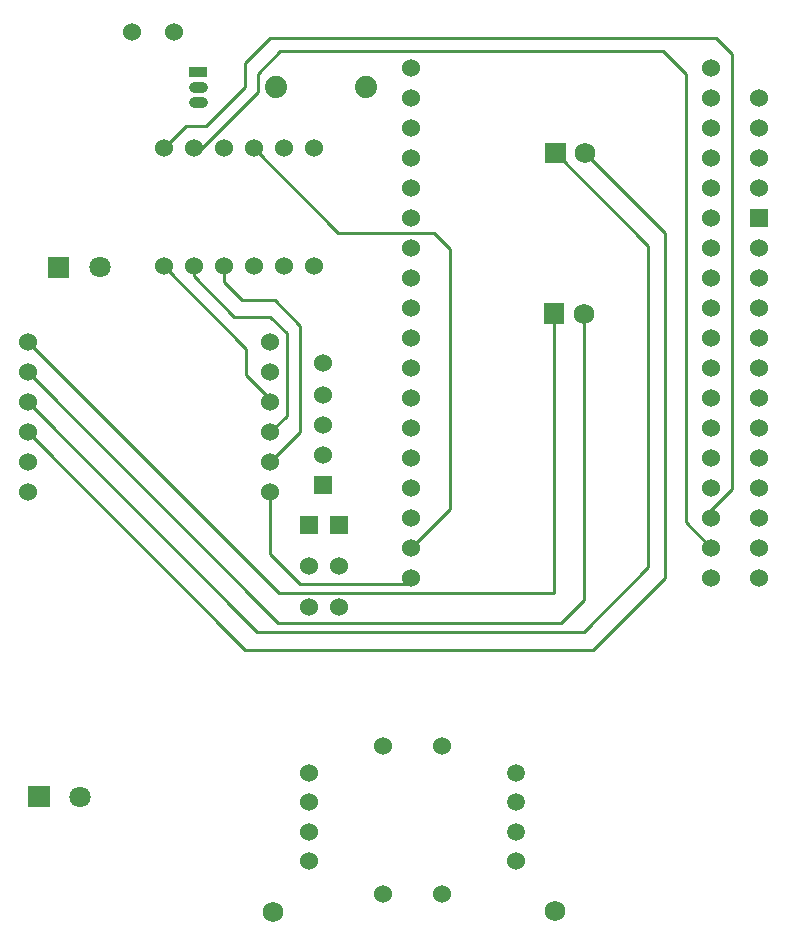
<source format=gbl>
G04 Layer: BottomLayer*
G04 EasyEDA v6.4.25, 2022-01-16T12:25:19--5:00*
G04 Gerber Generator version 0.2*
G04 Scale: 100 percent, Rotated: No, Reflected: No *
G04 Dimensions in millimeters *
G04 leading zeros omitted , absolute positions ,4 integer and 5 decimal *
%FSLAX45Y45*%
%MOMM*%

%ADD10C,0.2540*%
%ADD12C,1.8000*%
%ADD13R,1.6000X0.9000*%
%ADD14C,1.8796*%
%ADD15C,1.5240*%
%ADD16C,1.5200*%
%ADD17C,1.7500*%
%ADD20C,0.9000*%

%LPD*%
D10*
X909065Y6540500D02*
G01*
X3029965Y4419600D01*
X5422900Y4419600D01*
X5613400Y4610100D01*
X5613400Y7035800D01*
X909065Y6794500D02*
G01*
X3034029Y4669536D01*
X5363463Y4669536D01*
X5363463Y7035800D01*
X4152900Y4800600D02*
G01*
X4102100Y4749800D01*
X3213100Y4749800D01*
X2959100Y5003800D01*
X2959100Y5524500D01*
X2057400Y8437499D02*
G01*
X2243200Y8623300D01*
X2413000Y8623300D01*
X2743200Y8953500D01*
X2743200Y9156700D01*
X2959100Y9372600D01*
X6731000Y9372600D01*
X6870700Y9232900D01*
X6870700Y5549900D01*
X6692900Y5372100D01*
X6692900Y5308600D01*
X2311400Y8437626D02*
G01*
X2379725Y8437626D01*
X2857500Y8915400D01*
X2857500Y9067800D01*
X3047238Y9258300D01*
X6286500Y9258300D01*
X6477000Y9067800D01*
X6477000Y5270500D01*
X6692900Y5054600D01*
X2959100Y5778500D02*
G01*
X3213100Y6032500D01*
X3213100Y6934200D01*
X2997200Y7150100D01*
X2717800Y7150100D01*
X2565400Y7302500D01*
X2565400Y7437501D01*
X2959100Y6032500D02*
G01*
X3098800Y6172200D01*
X3098800Y6870700D01*
X2959100Y7010400D01*
X2654300Y7010400D01*
X2311400Y7353300D01*
X2311400Y7437501D01*
X909065Y6286500D02*
G01*
X2852165Y4343400D01*
X5613400Y4343400D01*
X6159500Y4889500D01*
X6159500Y7611363D01*
X5376163Y8394700D01*
X909065Y6032500D02*
G01*
X2750565Y4191000D01*
X5689600Y4191000D01*
X6299200Y4800600D01*
X6299200Y7721600D01*
X5626100Y8394700D01*
X2057400Y7437501D02*
G01*
X2755900Y6739001D01*
X2755900Y6515100D01*
X2959100Y6311900D01*
X2959100Y6286500D01*
X2819400Y8437499D02*
G01*
X3535299Y7721600D01*
X4343400Y7721600D01*
X4483100Y7581900D01*
X4483100Y5384800D01*
X4152900Y5054600D01*
G36*
X913300Y3036399D02*
G01*
X1093299Y3036399D01*
X1093299Y2856400D01*
X913300Y2856400D01*
G37*
D12*
G01*
X1353312Y2946400D03*
G36*
X1078400Y7519499D02*
G01*
X1258399Y7519499D01*
X1258399Y7339500D01*
X1078400Y7339500D01*
G37*
G01*
X1518412Y7429500D03*
D13*
G01*
X2349500Y9080500D03*
D14*
G01*
X3009900Y8953500D03*
G01*
X3771900Y8953500D03*
D15*
G01*
X4152900Y4800600D03*
G01*
X4152900Y5054600D03*
G01*
X4152900Y5308600D03*
G01*
X4152900Y5562600D03*
G01*
X4152900Y5816600D03*
G01*
X4152900Y6070600D03*
G01*
X4152900Y6324600D03*
G01*
X4152900Y6578600D03*
G01*
X4152900Y6832600D03*
G01*
X4152900Y7086600D03*
G01*
X4152900Y7340600D03*
G01*
X4152900Y7594600D03*
G01*
X4152900Y7848600D03*
G01*
X4152900Y8102600D03*
G01*
X4152900Y8356600D03*
G01*
X4152900Y8610600D03*
G01*
X4152900Y8864600D03*
G01*
X4152900Y9118600D03*
G01*
X6692900Y4800600D03*
G01*
X6692900Y5054600D03*
G01*
X6692900Y5308600D03*
G01*
X6692900Y5562600D03*
G01*
X6692900Y5816600D03*
G01*
X6692900Y6070600D03*
G01*
X6692900Y6324600D03*
G01*
X6692900Y6578600D03*
G01*
X6692900Y6832600D03*
G01*
X6692900Y7086600D03*
G01*
X6692900Y7340600D03*
G01*
X6692900Y7594600D03*
G01*
X6692900Y7848600D03*
G01*
X6692900Y8102600D03*
G01*
X6692900Y8356600D03*
G01*
X6692900Y8610600D03*
G01*
X6692900Y8864600D03*
G01*
X6692900Y9118600D03*
G01*
X3327400Y8437499D03*
G01*
X3073400Y8437499D03*
G01*
X2819400Y8437499D03*
G01*
X2565400Y8437499D03*
G01*
X3327400Y7437501D03*
G01*
X3073400Y7437501D03*
G01*
X2819400Y7437501D03*
G01*
X2565400Y7437501D03*
G01*
X2311400Y7437501D03*
G01*
X2057400Y7437501D03*
G01*
X2311400Y8437499D03*
G01*
X2057400Y8437499D03*
G01*
X2959100Y6794500D03*
G01*
X2959100Y6540500D03*
G01*
X2959100Y6286500D03*
G01*
X2959100Y6032500D03*
G01*
X2959100Y5778500D03*
G01*
X2959100Y5524500D03*
G01*
X909091Y5524500D03*
G01*
X909091Y5778500D03*
G01*
X909091Y6032500D03*
G01*
X909091Y6286500D03*
G01*
X909091Y6540500D03*
G01*
X909091Y6794500D03*
G01*
X3289681Y3150057D03*
G01*
X3289681Y2900121D03*
G01*
X3289681Y2650185D03*
G01*
X3289681Y2399995D03*
D16*
G01*
X5039664Y3150057D03*
G01*
X5039664Y2900121D03*
G01*
X5039664Y2650185D03*
D15*
G01*
X5039740Y2399995D03*
G01*
X3914775Y3375101D03*
G01*
X4414900Y3375101D03*
G01*
X3914775Y2125167D03*
G01*
X4414900Y2125167D03*
D17*
G01*
X5613400Y7035800D03*
G36*
X5450885Y7123297D02*
G01*
X5275887Y7123297D01*
X5275887Y6948299D01*
X5450885Y6948299D01*
G37*
G01*
X5626100Y8394700D03*
G36*
X5463585Y8482197D02*
G01*
X5288587Y8482197D01*
X5288587Y8307199D01*
X5463585Y8307199D01*
G37*
D15*
G01*
X2146300Y9423400D03*
G01*
X1790700Y9423400D03*
D17*
G01*
X2984500Y1968500D03*
G01*
X5372100Y1981200D03*
D15*
G01*
X3403600Y6616700D03*
G01*
X3403600Y6350000D03*
G01*
X3403600Y6096000D03*
G01*
X3403600Y5842000D03*
G36*
X3327400Y5664200D02*
G01*
X3479800Y5664200D01*
X3479800Y5511800D01*
X3327400Y5511800D01*
G37*
G01*
X7100001Y8864600D03*
G01*
X7100001Y8610600D03*
G01*
X7100001Y8356600D03*
G01*
X7100001Y8102600D03*
G01*
X7100001Y7594600D03*
G01*
X7100001Y7340600D03*
G01*
X7100001Y7086600D03*
G01*
X7100001Y6832600D03*
G01*
X7100001Y6578600D03*
G01*
X7100001Y6324600D03*
G01*
X7100001Y6070600D03*
G01*
X7100001Y5816600D03*
G01*
X7100001Y5562600D03*
G01*
X7100001Y4800600D03*
G36*
X7023801Y7924800D02*
G01*
X7176201Y7924800D01*
X7176201Y7772400D01*
X7023801Y7772400D01*
G37*
G01*
X7100001Y5308600D03*
G01*
X7100001Y5054600D03*
G36*
X3213100Y5326199D02*
G01*
X3365500Y5326199D01*
X3365500Y5173799D01*
X3213100Y5173799D01*
G37*
G36*
X3467100Y5326199D02*
G01*
X3619500Y5326199D01*
X3619500Y5173799D01*
X3467100Y5173799D01*
G37*
G01*
X3289300Y4900000D03*
G01*
X3543300Y4900000D03*
G01*
X3289300Y4550001D03*
G01*
X3543300Y4550001D03*
D20*
X2384498Y8953500D02*
G01*
X2314498Y8953500D01*
X2384498Y8826500D02*
G01*
X2314498Y8826500D01*
M02*

</source>
